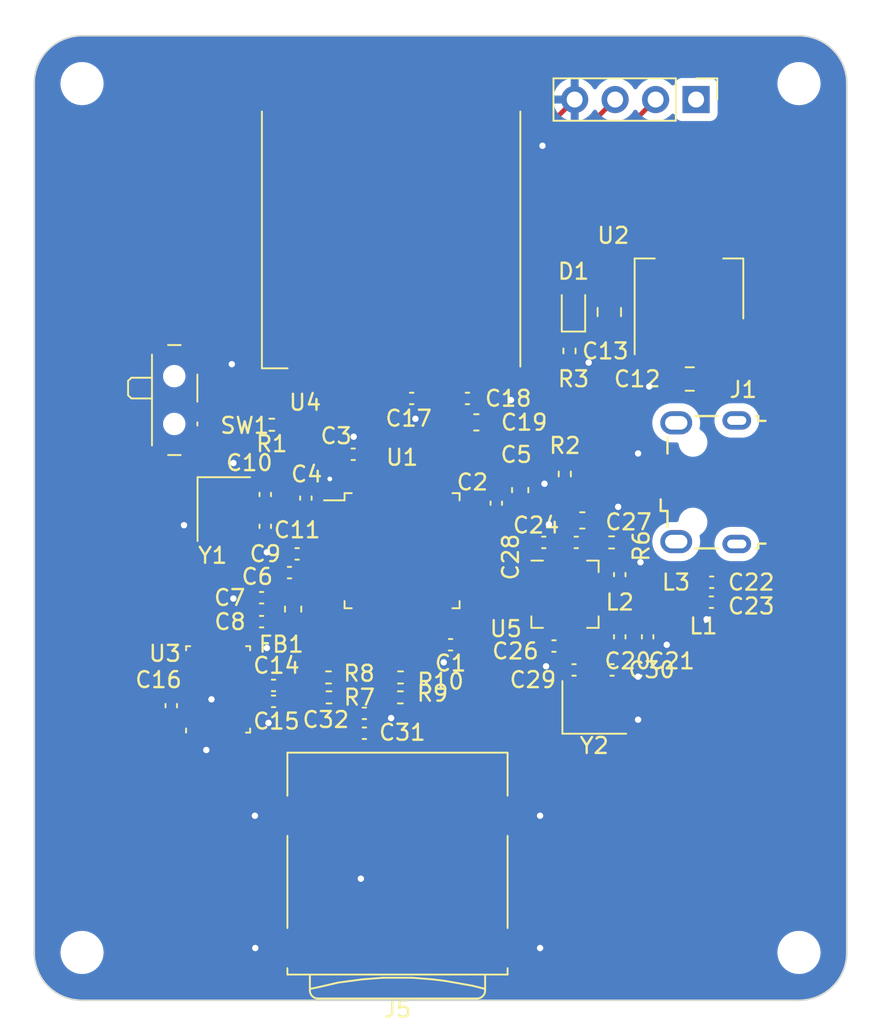
<source format=kicad_pcb>
(kicad_pcb (version 20221018) (generator pcbnew)
  (layers (0 "F.Cu" signal) (31 "B.Cu" power) (34 "B.Paste" user) (35 "F.Paste" user) (36 "B.SilkS" user "B.Silkscreen") (37 "F.SilkS" user "F.Silkscreen") (38 "B.Mask" user) (39 "F.Mask" user) (44 "Edge.Cuts" user))
  (net 0 "")
  (net 1 "+3.3V")
  (net 2 "GND")
  (net 3 "+3.3VA")
  (net 4 "/NRST")
  (net 5 "/OSC_IN")
  (net 6 "/OSC_OUT")
  (net 7 "VBUS")
  (net 8 "Net-(U3-CAP)")
  (net 9 "Antenna")
  (net 10 "Net-(C22-Pad2)")
  (net 11 "/PWR LED -")
  (net 12 "/USB_D-")
  (net 13 "/USB_D+")
  (net 16 "/SWDIO")
  (net 17 "/SWCLK")
  (net 19 "SD_CD")
  (net 20 "SPI1_MOSI")
  (net 21 "SPI1_SCK")
  (net 22 "SPI1_MISO")
  (net 24 "/SW_BOOT_0")
  (net 25 "/BOOT_0")
  (net 30 "IMU_INT")
  (net 31 "UART2_TX")
  (net 32 "UART2_RX")
  (net 36 "UART3_TX")
  (net 37 "UART3_RX")
  (net 38 "SPI2_CSN")
  (net 39 "SPI2_SCK")
  (net 40 "SPI2_MISO")
  (net 41 "SPI2_MOSI")
  (net 42 "SPI2_CE")
  (net 43 "SPI2_IRQ")
  (net 71 "/XC2")
  (net 72 "/XC1")
  (net 73 "/ANT1")
  (net 74 "/ANT2")
  (net 75 "/IREF")
  (net 76 "/VDD_PA")
  (net 77 "/DVDD")
  (footprint "Capacitor_SMD:C_0402_1005Metric" (layer "F.Cu") (at 173.02 106.78)
    (fp_text reference "C30")
    (fp_text value "10p")
  )
  (footprint "Capacitor_SMD:C_0603_1608Metric" (layer "F.Cu") (at 164.5 91.25 180)
    (fp_text reference "C19")
    (fp_text value "10u")
  )
  (footprint "Capacitor_SMD:C_0402_1005Metric" (layer "F.Cu") (at 179.27 101.28 180)
    (fp_text reference "C22")
    (fp_text value "1.5p")
  )
  (footprint "Capacitor_SMD:C_0402_1005Metric" (layer "F.Cu") (at 156.77 93.25)
    (fp_text reference "C3")
    (fp_text value "100n")
  )
  (footprint "RF_GPS:Quectel_L80-R" (layer "F.Cu") (at 159.15 79.75 90)
    (fp_text reference "U4")
    (fp_text value "L80-R")
  )
  (footprint "Package_TO_SOT_SMD:SOT-223-3_TabPin2" (layer "F.Cu") (at 177.845 82.88 90)
    (fp_text reference "U2")
    (fp_text value "AMS1117-3.3")
  )
  (footprint "Resistor_SMD:R_0402_1005Metric" (layer "F.Cu") (at 151.66 91.4)
    (fp_text reference "R1")
    (fp_text value "10k")
  )
  (footprint "Capacitor_SMD:C_0402_1005Metric" (layer "F.Cu") (at 145.35 109.02 -90)
    (fp_text reference "C16")
    (fp_text value "100n")
  )
  (footprint "Resistor_SMD:R_0402_1005Metric" (layer "F.Cu") (at 155.22 107.25)
    (fp_text reference "R8")
    (fp_text value "1.5k")
  )
  (footprint "MountingHole:MountingHole_2.2mm_M2" (layer "F.Cu") (at 139.75 70)
    (fp_text reference "H1")
    (fp_text value "MountingHole")
  )
  (footprint "Capacitor_SMD:C_0805_2012Metric" (layer "F.Cu") (at 177.895 88.53 180)
    (fp_text reference "C12")
    (fp_text value "22u")
  )
  (footprint "Crystal:Crystal_SMD_3225-4Pin_3.2x2.5mm" (layer "F.Cu") (at 148.65 96.69 -90)
    (fp_text reference "Y1")
    (fp_text value "16MHz")
  )
  (footprint "Capacitor_SMD:C_0402_1005Metric" (layer "F.Cu") (at 152.77 100.675 180)
    (fp_text reference "C6")
    (fp_text value "10n")
  )
  (footprint "Capacitor_SMD:C_0402_1005Metric" (layer "F.Cu") (at 175.25 104.7 90)
    (fp_text reference "C21")
    (fp_text value "4.7p")
  )
  (footprint "Package_QFP:LQFP-48_7x7mm_P0.5mm" (layer "F.Cu") (at 159.8375 99.3)
    (fp_text reference "U1")
    (fp_text value "STM32F103C8Tx")
  )
  (footprint "Capacitor_SMD:C_0402_1005Metric" (layer "F.Cu") (at 165.75 96.32 -90)
    (fp_text reference "C2")
    (fp_text value "100n")
  )
  (footprint "Connector_PinHeader_2.54mm:PinHeader_1x04_P2.54mm_Vertical" (layer "F.Cu") (at 178.29 71 -90)
    (fp_text reference "J2")
    (fp_text value "Conn_01x04_Pin")
  )
  (footprint "Connector_Card:microSD_HC_Wuerth_693072010801" (layer "F.Cu") (at 159.55 120.0775 180)
    (fp_text reference "J5")
    (fp_text value "Micro_SD_Card")
  )
  (footprint "Package_DFN_QFN:QFN-20-1EP_4x4mm_P0.5mm_EP2.5x2.5mm" (layer "F.Cu") (at 170.0625 102.03)
    (fp_text reference "U5")
    (fp_text value "nRF24L01P")
  )
  (footprint "Inductor_SMD:L_0402_1005Metric" (layer "F.Cu") (at 175.265 101.28)
    (fp_text reference "L3")
    (fp_text value "3.9n")
  )
  (footprint "Button_Switch_SMD:SW_SPDT_PCM12" (layer "F.Cu") (at 145.87 89.85 -90)
    (fp_text reference "SW1")
    (fp_text value "SW_SPDT")
  )
  (footprint "Capacitor_SMD:C_0402_1005Metric" (layer "F.Cu") (at 170.77 98.78)
    (fp_text reference "C24")
    (fp_text value "10n")
  )
  (footprint "Resistor_SMD:R_0402_1005Metric" (layer "F.Cu") (at 159.73 108.5 180)
    (fp_text reference "R9")
    (fp_text value "1.5k")
  )
  (footprint "Capacitor_SMD:C_0402_1005Metric" (layer "F.Cu") (at 169.37 105.28)
    (fp_text reference "C26")
    (fp_text value "10n")
  )
  (footprint "Capacitor_SMD:C_0402_1005Metric" (layer "F.Cu") (at 157.47 110.75 180)
    (fp_text reference "C31")
    (fp_text value "2.2u")
  )
  (footprint "Capacitor_SMD:C_0402_1005Metric" (layer "F.Cu") (at 153.25 99.5 180)
    (fp_text reference "C9")
    (fp_text value "100n")
  )
  (footprint "Capacitor_SMD:C_0402_1005Metric" (layer "F.Cu") (at 160.44 89.75)
    (fp_text reference "C17")
    (fp_text value "100n")
  )
  (footprint "Capacitor_SMD:C_0402_1005Metric" (layer "F.Cu") (at 151.02 103.75 180)
    (fp_text reference "C8")
    (fp_text value "1u")
  )
  (footprint "Capacitor_SMD:C_0402_1005Metric" (layer "F.Cu") (at 151.25 97.77 -90)
    (fp_text reference "C11")
    (fp_text value "10p")
  )
  (footprint "Inductor_SMD:L_0402_1005Metric" (layer "F.Cu") (at 177.5 103.015 -90)
    (fp_text reference "L1")
    (fp_text value "2.7n")
  )
  (footprint "LED_SMD:LED_0603_1608Metric" (layer "F.Cu") (at 170.595 84.0675 90)
    (fp_text reference "D1")
    (fp_text value "RED")
  )
  (footprint "Inductor_SMD:L_0603_1608Metric" (layer "F.Cu") (at 153 102.9625 -90)
    (fp_text reference "FB1")
    (fp_text value "120R")
  )
  (footprint "Capacitor_SMD:C_0402_1005Metric" (layer "F.Cu") (at 168.73 98.78 180)
    (fp_text reference "C28")
    (fp_text value "33n")
  )
  (footprint "MountingHole:MountingHole_2.2mm_M2" (layer "F.Cu") (at 139.75 124.5)
    (fp_text reference "H3")
    (fp_text value "MountingHole")
  )
  (footprint "Capacitor_SMD:C_0402_1005Metric" (layer "F.Cu") (at 173.5 104.7 90)
    (fp_text reference "C20")
    (fp_text value "2.2n")
  )
  (footprint "Inductor_SMD:L_0402_1005Metric" (layer "F.Cu") (at 175.265 102.53)
    (fp_text reference "L2")
    (fp_text value "8.2n")
  )
  (footprint "Capacitor_SMD:C_0805_2012Metric" (layer "F.Cu") (at 172.845 84.33 -90)
    (fp_text reference "C13")
    (fp_text value "22u")
  )
  (footprint "Capacitor_SMD:C_0402_1005Metric" (layer "F.Cu") (at 157.47 109.5 180)
    (fp_text reference "C32")
    (fp_text value "100n")
  )
  (footprint "Crystal:Crystal_SMD_3225-4Pin_3.2x2.5mm" (layer "F.Cu") (at 171.9 109.13)
    (fp_text reference "Y2")
    (fp_text value "16MHz")
  )
  (footprint "Capacitor_SMD:C_0402_1005Metric" (layer "F.Cu") (at 153.8 96 90)
    (fp_text reference "C4")
    (fp_text value "100n")
  )
  (footprint "MountingHole:MountingHole_2.2mm_M2" (layer "F.Cu") (at 184.75 70)
    (fp_text reference "H2")
    (fp_text value "MountingHole")
  )
  (footprint "Capacitor_SMD:C_0402_1005Metric" (layer "F.Cu") (at 170.63 106.78 180)
    (fp_text reference "C29")
    (fp_text value "10p")
  )
  (footprint "Capacitor_SMD:C_0402_1005Metric" (layer "F.Cu") (at 151.02 102.25 180)
    (fp_text reference "C7")
    (fp_text value "1u")
  )
  (footprint "Resistor_SMD:R_0402_1005Metric" (layer "F.Cu") (at 155.25 108.5)
    (fp_text reference "R7")
    (fp_text value "1.5k")
  )
  (footprint "Capacitor_SMD:C_0402_1005Metric" (layer "F.Cu") (at 162.88 105.2 180)
    (fp_text reference "C1")
    (fp_text value "100n")
  )
  (footprint "Capacitor_SMD:C_0603_1608Metric" (layer "F.Cu") (at 167.25 95.5 -90)
    (fp_text reference "C5")
    (fp_text value "10u")
  )
  (footprint "Resistor_SMD:R_0402_1005Metric" (layer "F.Cu") (at 170.05 94.49 -90)
    (fp_text reference "R2")
    (fp_text value "1.5k")
  )
  (footprint "Capacitor_SMD:C_0402_1005Metric" (layer "F.Cu") (at 151.77 107.75 180)
    (fp_text reference "C14")
    (fp_text value "100n")
  )
  (footprint "MountingHole:MountingHole_2.2mm_M2" (layer "F.Cu") (at 184.75 124.5)
    (fp_text reference "H4")
    (fp_text value "MountingHole")
  )
  (footprint "Capacitor_SMD:C_0402_1005Metric" (layer "F.Cu") (at 151.25 95.775 90)
    (fp_text reference "C10")
    (fp_text value "10p")
  )
  (footprint "Capacitor_SMD:C_0402_1005Metric" (layer "F.Cu") (at 151.77 108.75 180)
    (fp_text reference "C15")
    (fp_text value "100n")
  )
  (footprint "Resistor_SMD:R_0402_1005Metric" (layer "F.Cu") (at 172.99 98.78)
    (fp_text reference "R6")
    (fp_text value "22k")
  )
  (footprint "Resistor_SMD:R_0402_1005Metric" (layer "F.Cu") (at 170.345 86.77 90)
    (fp_text reference "R3")
    (fp_text value "1.5k")
  )
  (footprint "Capacitor_SMD:C_0402_1005Metric" (layer "F.Cu") (at 173.5 100.8 -90)
    (fp_text reference "C25" hide)
    (fp_text value "10n")
  )
  (footprint "Package_LGA:LGA-28_5.2x3.8mm_P0.5mm" (layer "F.Cu") (at 148.29 108 90)
    (fp_text reference "U3")
    (fp_text value "BNO055")
  )
  (footprint "Capacitor_SMD:C_0402_1005Metric" (layer "F.Cu") (at 163.94 89.75 180)
    (fp_text reference "C18")
    (fp_text value "100n")
  )
  (footprint "Resistor_SMD:R_0402_1005Metric" (layer "F.Cu") (at 159.74 107.25 180)
    (fp_text reference "R10")
    (fp_text value "1.5k")
  )
  (footprint "Capacitor_SMD:C_0402_1005Metric" (layer "F.Cu") (at 179.25 102.53 180)
    (fp_text reference "C23")
    (fp_text value "1p")
  )
  (footprint "Connector_USB:USB_Micro-B_Wuerth_629105150521" (layer "F.Cu") (at 178.895 95.005 90)
    (fp_text reference "J1")
    (fp_text value "USB_B_Micro")
  )
  (footprint "Capacitor_SMD:C_0603_1608Metric" (layer "F.Cu") (at 171.15 97.4)
    (fp_text reference "C27")
    (fp_text value "10u")
  )
  (gr_arc (start 139.75 127.5) (mid 137.62868 126.62132) (end 136.75 124.5) (stroke (width 0.1)) (layer "Edge.Cuts"))
  (gr_arc (start 136.75 70) (mid 137.62868 67.87868) (end 139.75 67) (stroke (width 0.1)) (layer "Edge.Cuts"))
  (gr_line (start 187.75 70) (end 187.75 124.5) (stroke (width 0.1)) (layer "Edge.Cuts"))
  (gr_line (start 139.75 127.5) (end 184.75 127.5) (stroke (width 0.1)) (layer "Edge.Cuts"))
  (gr_arc (start 184.75 67) (mid 186.87132 67.87868) (end 187.75 70) (stroke (width 0.1)) (layer "Edge.Cuts"))
  (gr_line (start 184.75 67) (end 139.75 67) (stroke (width 0.1)) (layer "Edge.Cuts"))
  (gr_arc (start 187.75 124.5) (mid 186.87132 126.62132) (end 184.75 127.5) (stroke (width 0.1)) (layer "Edge.Cuts"))
  (gr_line (start 136.75 70) (end 136.75 124.5) (stroke (width 0.1)) (layer "Edge.Cuts"))
  (segment (start 147.268024 109.7) (end 147.218024 109.75) (width 0.3) (layer "F.Cu") (net 1))
  (segment (start 160.92 87.5) (end 160.92 89.75) (width 0.5) (layer "F.Cu") (net 1))
  (segment (start 177.845 85.03) (end 176.195 83.38) (width 0.5) (layer "F.Cu") (net 1))
  (segment (start 176.195 83.38) (end 172.845 83.38) (width 0.5) (layer "F.Cu") (net 1))
  (segment (start 148.54 110.3875) (end 149.04 110.3875) (width 0.3) (layer "F.Cu") (net 1))
  (segment (start 148.04 110.3875) (end 148.54 110.3875) (width 0.3) (layer "F.Cu") (net 1))
  (segment (start 163.46 90.985) (end 163.725 91.25) (width 0.5) (layer "F.Cu") (net 1))
  (segment (start 170.695 83.38) (end 170.595 83.28) (width 0.5) (layer "F.Cu") (net 1))
  (segment (start 170.375 98.695) (end 170.29 98.78) (width 0.5) (layer "F.Cu") (net 1))
  (segment (start 151.5 103.75) (end 153 103.75) (width 0.5) (layer "F.Cu") (net 1))
  (segment (start 153.87 96.55) (end 153.8 96.48) (width 0.3) (layer "F.Cu") (net 1))
  (segment (start 148.04 110.3875) (end 148.04 109.928024) (width 0.3) (layer "F.Cu") (net 1))
  (segment (start 163.36 104.235) (end 163.36 105.2) (width 0.3) (layer "F.Cu") (net 1))
  (segment (start 149.235612 92.1) (end 152.242806 95.107194) (width 0.5) (layer "F.Cu") (net 1))
  (segment (start 167.995 93.98) (end 167.25 94.725) (width 0.5) (layer "F.Cu") (net 1))
  (segment (start 169.5625 103.9675) (end 169.5625 104.564534) (width 0.3) (layer "F.Cu") (net 1))
  (segment (start 167.25 94.725) (end 166.865 94.725) (width 0.5) (layer "F.Cu") (net 1))
  (segment (start 163.46 87.5) (end 163.46 89.75) (width 0.5) (layer "F.Cu") (net 1))
  (segment (start 173.5 98.78) (end 173.5 100.32) (width 0.5) (layer "F.Cu") (net 1))
  (segment (start 170.0625 99.0075) (end 170.0625 100.0925) (width 0.3) (layer "F.Cu") (net 1))
  (segment (start 172.845 83.38) (end 170.695 83.38) (width 0.5) (layer "F.Cu") (net 1))
  (segment (start 170.29 98.78) (end 170.0625 99.0075) (width 0.3) (layer "F.Cu") (net 1))
  (segment (start 156.99 109.5) (end 156.99 110.75) (width 0.5) (layer "F.Cu") (net 1))
  (segment (start 162.5875 103.4625) (end 163.36 104.235) (width 0.3) (layer "F.Cu") (net 1))
  (segment (start 177.845 86.03) (end 177.845 85.03) (width 0.5) (layer "F.Cu") (net 1))
  (segment (start 168.89 105.237034) (end 168.89 105.28) (width 0.3) (layer "F.Cu") (net 1))
  (segment (start 145.35 109.5) (end 145.6 109.75) (width 0.3) (layer "F.Cu") (net 1))
  (segment (start 176.37 83.38) (end 176.195 83.38) (width 0.5) (layer "F.Cu") (net 1))
  (segment (start 147.218024 109.75) (end 146.6275 109.75) (width 0.3) (layer "F.Cu") (net 1))
  (segment (start 164.71 95.84) (end 165.75 95.84) (width 0.3) (layer "F.Cu") (net 1))
  (segment (start 149.9525 107.75) (end 151.29 107.75) (width 0.3) (layer "F.Cu") (net 1))
  (segment (start 155.675 96.55) (end 153.87 96.55) (width 0.3) (layer "F.Cu") (net 1))
  (segment (start 148.04 109.928024) (end 147.811976 109.7) (width 0.3) (layer "F.Cu") (net 1))
  (segment (start 154.1 93.25) (end 152.242806 95.107194) (width 0.5) (layer "F.Cu") (net 1))
  (segment (start 177.845 81.895) (end 177.85 81.9) (width 0.5) (layer "F.Cu") (net 1))
  (segment (start 147.811976 109.7) (end 147.268024 109.7) (width 0.3) (layer "F.Cu") (net 1))
  (segment (start 164 96.55) (end 164.71 95.84) (width 0.3) (layer "F.Cu") (net 1))
  (segment (start 172.71 100.32) (end 173.5 100.32) (width 0.3) (layer "F.Cu") (net 1))
  (segment (start 154.71 108.47) (end 154.74 108.5) (width 0.5) (layer "F.Cu") (net 1))
  (segment (start 154.71 107.25) (end 154.71 108.47) (width 0.5) (layer "F.Cu") (net 1))
  (segment (start 156.99 110.75) (end 156.45 111.29) (width 0.5) (layer "F.Cu") (net 1))
  (segment (start 163.46 89.75) (end 163.46 90.985) (width 0.5) (layer "F.Cu") (net 1))
  (segment (start 169.5625 104.564534) (end 168.89 105.237034) (width 0.3) (layer "F.Cu") (net 1))
  (segment (start 177.845 79.73) (end 177.845 81.895) (width 0.5) (layer "F.Cu") (net 1))
  (segment (start 152.242806 95.107194) (end 153.615612 96.48) (width 0.5) (layer "F.Cu") (net 1))
  (segment (start 157.0875 95.1375) (end 156.29 94.34) (width 0.3) (layer "F.Cu") (net 1))
  (segment (start 166.865 94.725) (end 165.75 95.84) (width 0.5) (layer "F.Cu") (net 1))
  (segment (start 170.375 97.4) (end 170.375 98.695) (width 0.5) (layer "F.Cu") (net 1))
  (segment (start 170.05 93.98) (end 167.995 93.98) (width 0.5) (layer "F.Cu") (net 1))
  (segment (start 147.3 92.1) (end 149.235612 92.1) (width 0.5) (layer "F.Cu") (net 1))
  (segment (start 177.85 81.9) (end 176.37 83.38) (width 0.5) (layer "F.Cu") (net 1))
  (segment (start 156.29 94.34) (end 156.29 93.25) (width 0.3) (layer "F.Cu") (net 1))
  (segment (start 172 101.03) (end 172.71 100.32) (width 0.3) (layer "F.Cu") (net 1))
  (segment (start 145.6 109.75) (end 146.6275 109.75) (width 0.3) (layer "F.Cu") (net 1))
  (segment (start 153.615612 96.48) (end 153.8 96.48) (width 0.5) (layer "F.Cu") (net 1))
  (segment (start 156.29 93.25) (end 154.1 93.25) (width 0.5) (layer "F.Cu") (net 1))
  (segment (start 168.65 73.02) (end 168.65 73.9) (width 0.3) (layer "F.Cu") (net 2))
  (segment (start 165.275 90.605) (end 164.42 89.75) (width 0.5) (layer "F.Cu") (net 2))
  (segment (start 149.3 102.25) (end 149.25 102.3) (width 0.5) (layer "F.Cu") (net 2))
  (segment (start 156.513542 100.05) (end 157.5875 98.976042) (width 0.3) (layer "F.Cu") (net 2))
  (segment (start 173.5 106.78) (end 174.23 106.78) (width 0.5) (layer "F.Cu") (net 2))
  (segment (start 152.25 109.3) (end 151.45 110.1) (width 0.5) (layer "F.Cu") (net 2))
  (segment (start 159.96 89.75) (end 159.96 90.31) (width 0.5) (layer "F.Cu") (net 2))
  (segment (start 149.04 105.6125) (end 149.815 105.6125) (width 0.3) (layer "F.Cu") (net 2))
  (segment (start 176.945 88.53) (end 175.82 88.53) (width 0.5) (layer "F.Cu") (net 2))
  (segment (start 176.43 105.18) (end 176.45 105.2) (width 0.5) (layer "F.Cu") (net 2))
  (segment (start 150.54 102.25) (end 149.3 102.25) (width 0.5) (layer "F.Cu") (net 2))
  (segment (start 157.95 110.75) (end 157.95 109.5) (width 0.5) (layer "F.Cu") (net 2))
  (segment (start 146.24 97.79) (end 146.15 97.7) (width 0.5) (layer "F.Cu") (net 2))
  (segment (start 162.0875 104.8875) (end 162.4 105.2) (width 0.3) (layer "F.Cu") (net 2))
  (segment (start 157.25 92.6) (end 156.8 92.15) (width 0.3) (layer "F.Cu") (net 2))
  (segment (start 158.85 109.5) (end 159.15 109.8) (width 0.5) (layer "F.Cu") (net 2))
  (segment (start 152.25 107.75) (end 152.25 108.75) (width 0.5) (layer "F.Cu") (net 2))
  (segment (start 171.925 98.105) (end 171.25 98.78) (width 0.5) (layer "F.Cu") (net 2))
  (segment (start 169.85 106.48) (end 169.85 105.28) (width 0.3) (layer "F.Cu") (net 2))
  (segment (start 175.82 88.53) (end 175.35 89) (width 0.5) (layer "F.Cu") (net 2))
  (segment (start 165.5 97.05) (end 165.75 96.8) (width 0.3) (layer "F.Cu") (net 2))
  (segment (start 149.9525 110.25) (end 151.3 110.25) (width 0.3) (layer "F.Cu") (net 2))
  (segment (start 165.275 91.25) (end 165.275 90.605) (width 0.5) (layer "F.Cu") (net 2))
  (segment (start 162.0875 103.4625) (end 162.0875 104.8875) (width 0.3) (layer "F.Cu") (net 2))
  (segment (start 170.15 106.78) (end 169.105 106.78) (width 0.5) (layer "F.Cu") (net 2))
  (segment (start 157.5875 93.5875) (end 157.25 93.25) (width 0.3) (layer "F.Cu") (net 2))
  (segment (start 172 101.53) (end 173.25 101.53) (width 0.3) (layer "F.Cu") (net 2))
  (segment (start 175.25 105.18) (end 176.43 105.18) (width 0.5) (layer "F.Cu") (net 2))
  (segment (start 145.64 108.25) (end 146.6275 108.25) (width 0.3) (layer "F.Cu") (net 2))
  (segment (start 149.5 95.59) (end 149.5 94.05) (width 0.5) (layer "F.Cu") (net 2))
  (segment (start 157.25 121.6275) (end 157.25 119.875) (width 0.5) (layer "F.Cu") (net 2))
  (segment (start 152.77 99.5) (end 152.29 99.98) (width 0.5) (layer "F.Cu") (net 2))
  (segment (start 176.995 93.705) (end 175.155 93.705) (width 0.3) (layer "F.Cu") (net 2))
  (segment (start 148.54 105.6125) (end 149.04 105.6125) (width 0.3) (layer "F.Cu") (net 2))
  (segment (start 170.5625 99.510466) (end 170.5625 100.0925) (width 0.3) (layer "F.Cu") (net 2))
  (segment (start 158.38 87.5) (end 158.38 88.17) (width 0.5) (layer "F.Cu") (net 2))
  (segment (start 151 105.75) (end 151.35 105.4) (width 0.3) (layer "F.Cu") (net 2))
  (segment (start 147.54 111.79) (end 147.55 111.8) (width 0.3) (layer "F.Cu") (net 2))
  (segment (start 149.815 105.6125) (end 149.9525 105.75) (width 0.3) (layer "F.Cu") (net 2))
  (segment (start 147.5 108.25) (end 147.875 108.625) (width 0.3) (layer "F.Cu") (net 2))
  (segment (start 151.25 95.295) (end 149.795 95.295) (width 0.5) (layer "F.Cu") (net 2))
  (segment (start 149.9525 105.75) (end 151 105.75) (width 0.3) (layer "F.Cu") (net 2))
  (segment (start 152.67 99.4) (end 152.77 99.5) (width 0.5) (layer "F.Cu") (net 2))
  (segment (start 157.5875 95.1375) (end 157.5875 93.5875) (width 0.3) (layer "F.Cu") (net 2))
  (segment (start 171.25 98.822966) (end 170.5625 99.510466) (width 0.3) (layer "F.Cu") (net 2))
  (segment (start 171.25 98.78) (end 171.25 98.822966) (width 0.3) (layer "F.Cu") (net 2))
  (segment (start 174.795 85.28) (end 175.545 86.03) (width 0.5) (layer "F.Cu") (net 2))
  (segment (start 155.675 100.05) (end 156.513542 100.05) (width 0.3) (layer "F.Cu") (net 2))
  (segment (start 172.845 85.28) (end 174.795 85.28) (width 0.5) (layer "F.Cu") (net 2))
  (segment (start 159.96 90.31) (end 160.675 91.025) (width 0.5) (layer "F.Cu") (net 2))
  (segment (start 166.425 115.9275) (end 168.4975 115.9275) (width 0.5) (layer "F.Cu") (net 2))
  (segment (start 170.15 106.78) (end 170.15 107.63) (width 0.5) (layer "F.Cu") (net 2))
  (segment (start 165.275 91.25) (end 166.675 89.85) (width 0.5) (layer "F.Cu") (net 2))
  (segment (start 170.67 71) (end 168.65 73.02) (width 0.3) (layer "F.Cu") (net 2))
  (segment (start 175.155 93.705) (end 174.65 93.2) (width 0.3) (layer "F.Cu") (net 2))
  (segment (start 173 109.98) (end 174.57 109.98) (width 0.5) (layer "F.Cu") (net 2))
  (segment (start 151.25 98.25) (end 151.25 99.3) (width 0.5) (layer "F.Cu") (net 2))
  (segment (start 170.345 87.28) (end 171.33 87.28) (width 0.3) (layer "F.Cu") (net 2))
  (segment (start 157.5875 98.976042) (end 157.5875 95.1375) (width 0.3) (layer "F.Cu") (net 2))
  (segment (start 154.58 95.52) (end 155.3 94.8) (width 0.5) (layer "F.Cu") (net 2))
  (segment (start 166.425 124.2275) (end 168.4975 124.2275) (width 0.5) (layer "F.Cu") (net 2))
  (segment (start 149.795 95.295) (end 149.5 95.59) (width 0.5) (layer "F.Cu") (net 2))
  (segment (start 168.25 98.45) (end 169.05 97.65) (width 0.3) (layer "F.Cu") (net 2))
  (segment (start 152.675 115.9275) (end 150.6025 115.9275) (width 0.5) (layer "F.Cu") (net 2))
  (segment (start 149.5 94.05) (end 149.25 93.8) (width 0.5) (layer "F.Cu") (net 2))
  (segment (start 174.57 109.98) (end 174.65 109.9) (width 0.5) (layer "F.Cu") (net 2))
  (segment (start 157.25 93.25) (end 157.25 92.6) (width 0.3) (layer "F.Cu") (net 2))
  (segment (start 171.33 87.28) (end 171.55 87.5) (width 0.3) (layer "F.Cu") (net 2))
  (segment (start 151.25 99.3) (end 151.35 99.4) (width 0.5) (layer "F.Cu") (net 2))
  (segment (start 148.04 105.6125) (end 148.54 105.6125) (width 0.3) (layer "F.Cu") (net 2))
  (segment (start 178.77 102.53) (end 178.77 103.42) (width 0.5) (layer "F.Cu") (net 2))
  (segment (start 172.55 97.4) (end 173.4 96.55) (width 0.5) (layer "F.Cu") (net 2))
  (segment (start 150.6025 115.9275) (end 150.6 115.925) (width 0.5) (layer "F.Cu") (net 2))
  (segment (start 150.6275 124.2275) (end 150.625 124.225) (width 0.5) (layer "F.Cu") (net 2))
  (segment (start 157.95 109.5) (end 158.85 109.5) (width 0.5) (layer "F.Cu") (net 2))
  (segment (start 171.925 97.4) (end 172.55 97.4) (width 0.5) (layer "F.Cu") (net 2))
  (segment (start 168.25 99.28) (end 169.0625 100.0925) (width 0.3) (layer "F.Cu") (net 2))
  (segment (start 169.85 105.28) (end 170.0625 105.0675) (width 0.3) (layer "F.Cu") (net 2))
  (segment (start 147.54 110.3875) (end 147.54 111.79) (width 0.3) (layer "F.Cu") (net 2))
  (segment (start 174.23 106.78) (end 174.65 107.2) (width 0.5) (layer "F.Cu") (net 2))
  (segment (start 162.4 105.2) (end 162.4 106.25) (width 0.5) (layer "F.Cu") (net 2))
  (segment (start 173.5 105.18) (end 175.25 105.18) (width 0.5) (layer "F.Cu") (net 2))
  (segment (start 145.35 108.54) (end 145.64 108.25) (width 0.3) (layer "F.Cu") (net 2))
  (segment (start 168.25 98.78) (end 168.25 99.28) (width 0.3) (layer "F.Cu") (net 2))
  (segment (start 152.675 124.2275) (end 150.6275 124.2275) (width 0.5) (layer "F.Cu") (net 2))
  (segment (start 146.6275 108.25) (end 147.5 108.25) (width 0.3) (layer "F.Cu") (net 2))
  (segment (start 173.545 101.28) (end 174.8 100.025) (width 0.3) (layer "F.Cu") (net 2))
  (segment (start 167.25 96.275) (end 167.6 96.275) (width 0.5) (layer "F.Cu") (net 2))
  (segment (start 168.4975 124.2275) (end 168.5 124.225) (width 0.5) (layer "F.Cu") (net 2))
  (segment (start 147.3 87.6) (end 149.15 87.6) (width 0.5) (layer "F.Cu") (net 2))
  (segment (start 175.545 86.03) (end 175.545 87.13) (width 0.5) (layer "F.Cu") (net 2))
  (segment (start 166.725 96.8) (end 165.75 96.8) (width 0.5) (layer "F.Cu") (net 2))
  (segment (start 175.545 87.13) (end 176.945 88.53) (width 0.5) (layer "F.Cu") (net 2))
  (segment (start 164 97.05) (end 165.5 97.05) (width 0.3) (layer "F.Cu") (net 2))
  (segment (start 178.77 103.42) (end 178.95 103.6) (width 0.5) (layer "F.Cu") (net 2))
  (segment (start 170.0625 105.0675) (end 170.0625 103.9675) (width 0.3) (layer "F.Cu") (net 2))
  (segment (start 167.25 96.275) (end 166.725 96.8) (width 0.5) (layer "F.Cu") (net 2))
  (segment (start 152.25 108.75) (end 152.25 109.3) (width 0.5) (layer "F.Cu") (net 2))
  (segment (start 167.6 96.275) (end 168.775 95.1) (width 0.5) (layer "F.Cu") (net 2))
  (segment (start 158.38 88.17) (end 159.96 89.75) (width 0.5) (layer "F.Cu") (net 2))
  (segment (start 151.35 99.4) (end 152.67 99.4) (width 0.5) (layer "F.Cu") (net 2))
  (segment (start 151.3 110.25) (end 151.45 110.1) (width 0.3) (layer "F.Cu") (net 2))
  (segment (start 169.105 106.78) (end 168.875 106.55) (width 0.5) (layer "F.Cu") (net 2))
  (segment (start 170.15 106.78) (end 169.85 106.48) (width 0.3) (layer "F.Cu") (net 2))
  (segment (start 150.54 102.25) (end 150.54 103.75) (width 0.5) (layer "F.Cu") (net 2))
  (segment (start 168.4975 115.9275) (end 168.5 115.925) (width 0.5) (layer "F.Cu") (net 2))
  (segment (start 152.29 99.98) (end 152.29 100.675) (width 0.5) (layer "F.Cu") (net 2))
  (segment (start 168.25 98.78) (end 168.25 98.45) (width 0.3) (layer "F.Cu") (net 2))
  (segment (start 173.25 101.53) (end 173.5 101.28) (width 0.3) (layer "F.Cu") (net 2))
  (segment (start 171.925 97.4) (end 171.925 98.105) (width 0.5) (layer "F.Cu") (net 2))
  (segment (start 170.15 107.63) (end 170.8 108.28) (width 0.5) (layer "F.Cu") (net 2))
  (segment (start 173.5 101.28) (end 173.545 101.28) (width 0.3) (layer "F.Cu") (net 2))
  (segment (start 153.8 95.52) (end 154.58 95.52) (width 0.5) (layer "F.Cu") (net 2))
  (segment (start 152.25 109.06) (end 152.25 108.75) (width 0.3) (layer "F.Cu") (net 2))
  (segment (start 162.4 106.25) (end 162.45 106.3) (width 0.5) (layer "F.Cu") (net 2))
  (segment (start 147.8 97.79) (end 146.24 97.79) (width 0.5) (layer "F.Cu") (net 2))
  (via (at 156.8 92.15) (size 0.8) (drill 0.4) (layers "F.Cu" "B.Cu") (net 2))
  (via (at 147.55 111.8) (size 0.8) (drill 0.4) (layers "F.Cu" "B.Cu") (net 2))
  (via (at 150.625 124.225) (size 0.8) (drill 0.4) (layers "F.Cu" "B.Cu") (net 2))
  (via (at 174.65 107.2) (size 0.8) (drill 0.4) (layers "F.Cu" "B.Cu") (net 2))
  (via (at 162.45 106.3) (size 0.8) (drill 0.4) (layers "F.Cu" "B.Cu") (net 2))
  (via (at 171.55 87.5) (size 0.8) (drill 0.4) (layers "F.Cu" "B.Cu") (net 2))
  (via (at 168.875 106.55) (size 0.8) (drill 0.4) (layers "F.Cu" "B.Cu") (net 2))
  (via (at 151.45 110.1) (size 0.8) (drill 0.4) (layers "F.Cu" "B.Cu") (net 2))
  (via (at 147.875 108.625) (size 0.8) (drill 0.4) (layers "F.Cu" "B.Cu") (net 2))
  (via (at 146.15 97.7) (size 0.8) (drill 0.4) (layers "F.Cu" "B.Cu") (net 2))
  (via (at 166.675 89.85) (size 0.8) (drill 0.4) (layers "F.Cu" "B.Cu") (net 2))
  (via (at 174.65 109.9) (size 0.8) (drill 0.4) (layers "F.Cu" "B.Cu") (net 2))
  (via (at 168.5 124.225) (size 0.8) (drill 0.4) (layers "F.Cu" "B.Cu") (net 2))
  (via (at 151.35 99.4) (size 0.8) (drill 0.4) (layers "F.Cu" "B.Cu") (net 2))
  (via (at 174.8 100.025) (size 0.8) (drill 0.4) (layers "F.Cu" "B.Cu") (net 2))
  (via (at 151.35 105.4) (size 0.8) (drill 0.4) (layers "F.Cu" "B.Cu") (net 2))
  (via (at 149.15 87.6) (size 0.8) (drill 0.4) (layers "F.Cu" "B.Cu") (net 2))
  (via (at 173.4 96.55) (size 0.8) (drill 0.4) (layers "F.Cu" "B.Cu") (net 2))
  (via (at 174.65 93.2) (size 0.8) (drill 0.4) (layers "F.Cu" "B.Cu") (net 2))
  (via (at 155.3 94.8) (size 0.7) (drill 0.3) (layers "F.Cu" "B.Cu") (net 2))
  (via (at 159.15 109.8) (size 0.8) (drill 0.4) (layers "F.Cu" "B.Cu") (net 2))
  (via (at 168.5 115.925) (size 0.8) (drill 0.4) (layers "F.Cu" "B.Cu") (net 2))
  (via (at 168.65 73.9) (size 0.8) (drill 0.4) (layers "F.Cu" "B.Cu") (net 2))
  (via (at 160.675 91.025) (size 0.8) (drill 0.4) (layers "F.Cu" "B.Cu") (net 2))
  (via (at 175.35 89) (size 0.8) (drill 0.4) (layers "F.Cu" "B.Cu") (net 2))
  (via (at 178.95 103.6) (size 0.8) (drill 0.4) (layers "F.Cu" "B.Cu") (net 2))
  (via (at 169.05 97.65) (size 0.8) (drill 0.4) (layers "F.Cu" "B.Cu") (net 2))
  (via (at 168.775 95.1) (size 0.8) (drill 0.4) (layers "F.Cu" "B.Cu") (net 2))
  (via (at 149.25 102.3) (size 0.8) (drill 0.4) (layers "F.Cu" "B.Cu") (net 2))
  (via (at 157.25 119.875) (size 0.8) (drill 0.4) (layers "F.Cu" "B.Cu") (net 2))
  (via (at 150.6 115.925) (size 0.8) (drill 0.4) (layers "F.Cu" "B.Cu") (net 2))
  (via (at 176.45 105.2) (size 0.8) (drill 0.4) (layers "F.Cu" "B.Cu") (net 2))
  (via (at 149.25 93.8) (size 0.8) (drill 0.4) (layers "F.Cu" "B.Cu") (net 2))
  (segment (start 151.575 102.175) (end 151.5 102.25) (width 0.5) (layer "F.Cu") (net 3))
  (segment (start 155.675 100.55) (end 153.375 100.55) (width 0.3) (layer "F.Cu") (net 3))
  (segment (start 153 102.175) (end 153.25 101.925) (width 0.5) (layer "F.Cu") (net 3))
  (segment (start 153.25 101.925) (end 153.25 100.675) (width 0.5) (layer "F.Cu") (net 3))
  (segment (start 153.375 100.55) (end 153.25 100.675) (width 0.3) (layer "F.Cu") (net 3))
  (segment (start 153 102.175) (end 151.575 102.175) (width 0.5) (layer "F.Cu") (net 3))
  (segment (start 153.78 99.55) (end 153.73 99.5) (width 0.3) (layer "F.Cu") (net 4))
  (segment (start 155.675 99.55) (end 153.78 99.55) (width 0.3) (layer "F.Cu") (net 4))
  (segment (start 151.25 96.255) (end 150.865 96.64) (width 0.3) (layer "F.Cu") (net 5))
  (segment (start 155.675 98.55) (end 154.836458 98.55) (width 0.3) (layer "F.Cu") (net 5))
  (segment (start 152.541458 96.255) (end 151.25 96.255) (width 0.3) (layer "F.Cu") (net 5))
  (segment (start 148.29 96.64) (end 147.8 96.15) (width 0.3) (layer "F.Cu") (net 5))
  (segment (start 150.865 96.64) (end 148.29 96.64) (width 0.3) (layer "F.Cu") (net 5))
  (segment (start 147.8 96.15) (end 147.8 95.59) (width 0.3) (layer "F.Cu") (net 5))
  (segment (start 154.836458 98.55) (end 152.541458 96.255) (width 0.3) (layer "F.Cu") (net 5))
  (segment (start 151.25 97.29) (end 150 97.29) (width 0.3) (layer "F.Cu") (net 6))
  (segment (start 152.869352 97.29) (end 151.25 97.29) (width 0.3) (layer "F.Cu") (net 6))
  (segment (start 155.675 99.05) (end 154.629352 99.05) (width 0.3) (layer "F.Cu") (net 6))
  (segment (start 154.629352 99.05) (end 152.869352 97.29) (width 0.3) (layer "F.Cu") (net 6))
  (segment (start 150 97.29) (end 149.5 97.79) (width 0.3) (layer "F.Cu") (net 6))
  (segment (start 178.845 88.53) (end 180.145 87.23) (width 0.5) (layer "F.Cu") (net 7))
  (segment (start 180.145 87.23) (end 180.145 86.03) (width 0.5) (layer "F.Cu") (net 7))
  (segment (start 149.9525 108.75) (end 151.29 108.75) (width 0.3) (layer "F.Cu") (net 8))
  (segment (start 175.75 101.28) (end 178.79 101.28) (width 0.5) (layer "F.Cu") (net 10))
  (segment (start 170.345 86.26) (end 170.345 85.105) (width 0.5) (layer "F.Cu") (net 11))
  (segment (start 170.345 85.105) (end 170.595 84.855) (width 0.5) (layer "F.Cu") (net 11))
  (segment (start 175.919999 95.555) (end 176.019999 95.655) (width 0.2) (layer "F.Cu") (net 12))
  (segment (start 165.106251 98.55) (end 165.131251 98.525) (width 0.2) (layer "F.Cu") (net 12))
  (segment (start 176.019999 95.655) (end 176.995 95.655) (width 0.2) (layer "F.Cu") (net 12))
  (segment (start 167.1432 98.525) (end 170.1132 95.555) (width 0.2) (layer "F.Cu") (net 12))
  (segment (start 170.1132 95.555) (end 175.919999 95.555) (width 0.2) (layer "F.Cu") (net 12))
  (segment (start 164 98.55) (end 165.106251 98.55) (width 0.2) (layer "F.Cu") (net 12))
  (segment (start 165.131251 98.525) (end 167.1432 98.525) (width 0.2) (layer "F.Cu") (net 12))
  (segment (start 175.919999 95.105) (end 176.019999 95.005) (width 0.2) (layer "F.Cu") (net 13))
  (segment (start 164 98.05) (end 165.106251 98.05) (width 0.2) (layer "F.Cu") (net 13))
  (segment (start 176.019999 95.005) (end 176.995 95.005) (width 0.2) (layer "F.Cu") (net 13))
  (segment (start 165.106251 98.05) (end 165.131251 98.075) (width 0.2) (layer "F.Cu") (net 13))
  (segment (start 169.9268 95.105) (end 175.919999 95.105) (width 0.2) (layer "F.Cu") (net 13))
  (segment (start 166.9568 98.075) (end 169.9268 95.105) (width 0.2) (layer "F.Cu") (net 13))
  (segment (start 165.131251 98.075) (end 166.9568 98.075) (width 0.2) (layer "F.Cu") (net 13))
  (segment (start 169.05 77.7) (end 175.75 71) (width 0.3) (layer "F.Cu") (net 16))
  (segment (start 162.9125 96.298958) (end 169.05 90.161458) (width 0.3) (layer "F.Cu") (net 16))
  (segment (start 162.9125 97.301042) (end 162.9125 96.298958) (width 0.3) (layer "F.Cu") (net 16))
  (segment (start 164 97.55) (end 163.161458 97.55) (width 0.3) (layer "F.Cu") (net 16))
  (segment (start 163.161458 97.55) (end 162.9125 97.301042) (width 0.3) (layer "F.Cu") (net 16))
  (segment (start 169.05 90.161458) (end 169.05 77.7) (width 0.3) (layer "F.Cu") (net 16))
  (segment (start 162.5875 95.1375) (end 162.7375 95.1375) (width 0.3) (layer "F.Cu") (net 17))
  (segment (start 168.15 89.725) (end 168.15 76.06) (width 0.3) (layer "F.Cu") (net 17))
  (segment (start 168.15 76.06) (end 173.21 71) (width 0.3) (layer "F.Cu") (net 17))
  (segment (start 162.7375 95.1375) (end 168.15 89.725) (width 0.3) (layer "F.Cu") (net 17))
  (segment (start 159.5875 106.8925) (end 159.23 107.25) (width 0.3) (layer "F.Cu") (net 19))
  (segment (start 159.5875 103.4625) (end 159.5875 106.8925) (width 0.3) (layer "F.Cu") (net 19))
  (segment (start 159.22 108.5) (end 159.95 109.23) (width 0.3) (layer "F.Cu") (net 20))
  (segment (start 159.95 109.23) (end 159.95 111.3) (width 0.3) (layer "F.Cu") (net 20))
  (segment (start 158.45 107.73) (end 159.22 108.5) (width 0.3) (layer "F.Cu") (net 20))
  (segment (start 159.0875 103.4625) (end 159.0875 105.9625) (width 0.3) (layer "F.Cu") (net 20))
  (segment (start 158.45 106.6) (end 158.45 107.73) (width 0.3) (layer "F.Cu") (net 20))
  (segment (start 159.0875 105.9625) (end 158.45 106.6) (width 0.3) (layer "F.Cu") (net 20))
  (segment (start 158.0875 104.301042) (end 155.73 106.658542) (width 0.3) (layer "F.Cu") (net 21))
  (segment (start 158.0875 103.4625) (end 158.0875 104.301042) (width 0.3) (layer "F.Cu") (net 21))
  (segment (start 155.73 106.658542) (end 155.73 107.25) (width 0.3) (layer "F.Cu") (net 21))
  (segment (start 155.76 109.59) (end 154.45 110.9) (width 0.3) (layer "F.Cu") (net 22))
  (segment (start 155.76 108.5) (end 155.76 109.59) (width 0.3) (layer "F.Cu") (net 22))
  (segment (start 158.5875 105.6725) (end 155.76 108.5) (width 0.3) (layer "F.Cu") (net 22))
  (segment (start 158.5875 103.4625) (end 158.5875 105.6725) (width 0.3) (layer "F.Cu") (net 22))
  (segment (start 147.3 90.6) (end 150.35 90.6) (width 0.3) (layer "F.Cu") (net 24))
  (segment (start 150.35 90.6) (end 151.15 91.4) (width 0.3) (layer "F.Cu") (net 24))
  (segment (start 159.0875 95.1375) (end 159.0875 93.1875) (width 0.3) (layer "F.Cu") (net 25))
  (segment (start 157.3 91.4) (end 152.17 91.4) (width 0.3) (layer "F.Cu") (net 25))
  (segment (start 159.0875 93.1875) (end 157.3 91.4) (width 0.3) (layer "F.Cu") (net 25))
  (segment (start 152.607107 106.25) (end 149.9525 106.25) (width 0.3) (layer "F.Cu") (net 30))
  (segment (start 156.513542 101.55) (end 156.7625 101.798958) (width 0.3) (layer "F.Cu") (net 30))
  (segment (start 156.7625 101.798958) (end 156.7625 102.301042) (width 0.3) (layer "F.Cu") (net 30))
  (segment (start 156.175 102.682107) (end 152.607107 106.25) (width 0.3) (layer "F.Cu") (net 30))
  (segment (start 156.381435 102.682107) (end 156.175 102.682107) (width 0.3) (layer "F.Cu") (net 30))
  (segment (start 155.675 101.55) (end 156.513542 101.55) (width 0.3) (layer "F.Cu") (net 30))
  (segment (start 156.7625 102.301042) (end 156.381435 102.682107) (width 0.3) (layer "F.Cu") (net 30))
  (segment (start 147.54 105.6125) (end 147.54 105.153024) (width 0.3) (layer "F.Cu") (net 31))
  (segment (start 155.675 102.475) (end 155.675 102.05) (width 0.3) (layer "F.Cu") (net 31))
  (segment (start 147.54 105.153024) (end 148.155524 104.5375) (width 0.3) (layer "F.Cu") (net 31))
  (segment (start 148.155524 104.5375) (end 153.6125 104.5375) (width 0.3) (layer "F.Cu") (net 31))
  (segment (start 153.6125 104.5375) (end 155.675 102.475) (width 0.3) (layer "F.Cu") (net 31))
  (segment (start 144.69 111.04) (end 144.69 107.228024) (width 0.3) (layer "F.Cu") (net 32))
  (segment (start 151.75 111.5) (end 150.15 111.5) (width 0.3) (layer "F.Cu") (net 32))
  (segment (start 156.248958 103.4625) (end 152.88 106.831458) (width 0.3) (layer "F.Cu") (net 32))
  (segment (start 152.88 106.831458) (end 152.88 110.37) (width 0.3) (layer "F.Cu") (net 32))
  (segment (start 157.0875 103.4625) (end 156.248958 103.4625) (width 0.3) (layer "F.Cu") (net 32))
  (segment (start 152.88 110.37) (end 151.75 111.5) (width 0.3) (layer "F.Cu") (net 32))
  (segment (start 146.35 112.7) (end 144.69 111.04) (width 0.3) (layer "F.Cu") (net 32))
  (segment (start 150.15 111.5) (end 148.95 112.7) (width 0.3) (layer "F.Cu") (net 32))
  (segment (start 144.69 107.228024) (end 146.168024 105.75) (width 0.3) (layer "F.Cu") (net 32))
  (segment (start 148.95 112.7) (end 146.35 112.7) (width 0.3) (layer "F.Cu") (net 32))
  (segment (start 146.168024 105.75) (end 146.6275 105.75) (width 0.3) (layer "F.Cu") (net 32))
  (segment (start 155.1 85.7) (end 153.3 87.5) (width 0.3) (layer "F.Cu") (net 36))
  (segment (start 160.0875 94.2625) (end 161.95 92.4) (width 0.3) (layer "F.Cu") (net 36))
  (segment (start 160.0875 95.1375) (end 160.0875 94.2625) (width 0.3) (layer "F.Cu") (net 36))
  (segment (start 161.364976 85.7) (end 155.1 85.7) (width 0.3) (layer "F.Cu") (net 36))
  (segment (start 161.95 92.4) (end 161.95 86.285024) (width 0.3) (layer "F.Cu") (net 36))
  (segment (start 161.95 86.285024) (end 161.364976 85.7) (width 0.3) (layer "F.Cu") (net 36))
  (segment (start 159.5875 95.1375) (end 159.5875 91.2475) (width 0.3) (layer "F.Cu") (net 37))
  (segment (start 159.5875 91.2475) (end 155.84 87.5) (width 0.3) (layer "F.Cu") (net 37))
  (segment (start 167.18 101.53) (end 168.125 101.53) (width 0.3) (layer "F.Cu") (net 38))
  (segment (start 165.7 100.05) (end 167.18 101.53) (width 0.3) (layer "F.Cu") (net 38))
  (segment (start 164 100.05) (end 165.7 100.05) (width 0.3) (layer "F.Cu") (net 38))
  (segment (start 164.838542 101.55) (end 166.888542 103.6) (width 0.3) (layer "F.Cu") (net 39))
  (segment (start 168.55 103.6) (end 168.55 103.530154) (width 0.2) (layer "F.Cu") (net 39))
  (segment (start 164 101.55) (end 164.838542 101.55) (width 0.3) (layer "F.Cu") (net 39))
  (segment (start 166.888542 103.6) (end 168.55 103.6) (width 0.3) (layer "F.Cu") (net 39))
  (segment (start 164 101.05) (end 165.192894 101.05) (width 0.3) (layer "F.Cu") (net 40))
  (segment (start 167.172894 103.03) (end 168.125 103.03) (width 0.3) (layer "F.Cu") (net 40))
  (segment (start 165.192894 101.05) (end 167.172894 103.03) (width 0.3) (layer "F.Cu") (net 40))
  (segment (start 164 100.55) (end 165.4 100.55) (width 0.3) (layer "F.Cu") (net 41))
  (segment (start 167.38 102.53) (end 168.125 102.53) (width 0.3) (layer "F.Cu") (net 41))
  (segment (start 165.4 100.55) (end 167.38 102.53) (width 0.3) (layer "F.Cu") (net 41))
  (segment (start 166.645 99.55) (end 168.125 101.03) (width 0.3) (layer "F.Cu") (net 42))
  (segment (start 164 99.55) (end 166.645 99.55) (width 0.3) (layer "F.Cu") (net 42))
  (segment (start 168.41 104.62) (end 169.0625 103.9675) (width 0.3) (layer "F.Cu") (net 43))
  (segment (start 164.75 103.6) (end 165.77 104.62) (width 0.3) (layer "F.Cu") (net 43))
  (segment (start 164.75 102.8) (end 164.75 103.6) (width 0.3) (layer "F.Cu") (net 43))
  (segment (start 165.77 104.62) (end 168.41 104.62) (width 0.3) (layer "F.Cu") (net 43))
  (segment (start 164 102.05) (end 164.75 102.8) (width 0.3) (layer "F.Cu") (net 43))
  (segment (start 171.85 107.52) (end 171.85 109.63) (width 0.3) (layer "F.Cu") (net 71))
  (segment (start 171.11 106.78) (end 171.85 107.52) (width 0.3) (layer "F.Cu") (net 71))
  (segment (start 171.5 109.98) (end 170.8 109.98) (width 0.3) (layer "F.Cu") (net 71))
  (segment (start 171.85 109.63) (end 171.5 109.98) (width 0.3) (layer "F.Cu") (net 71))
  (segment (start 171.11 106.737034) (end 171.11 106.78) (width 0.3) (layer "F.Cu") (net 71))
  (segment (start 170.5625 103.9675) (end 170.5625 106.189534) (width 0.3) (layer "F.Cu") (net 71))
  (segment (start 170.5625 106.189534) (end 171.11 106.737034) (width 0.3) (layer "F.Cu") (net 71))
  (segment (start 171.0625 103.9675) (end 171.0625 105.3025) (width 0.3) (layer "F.Cu") (net 72))
  (segment (start 171.0625 105.3025) (end 172.54 106.78) (width 0.3) (layer "F.Cu") (net 72))
  (segment (start 172.54 106.78) (end 172.54 107.82) (width 0.3) (layer "F.Cu") (net 72))
  (segment (start 172.54 107.82) (end 173 108.28) (width 0.3) (layer "F.Cu") (net 72))
  (segment (start 172 102.53) (end 173.756428 102.53) (width 0.3) (layer "F.Cu") (net 73))
  (segment (start 174.426428 103.2) (end 176.51 103.2) (width 0.3) (layer "F.Cu") (net 73))
  (segment (start 175.75 102.53) (end 177.5 102.53) (width 0.5) (layer "F.Cu") (net 73))
  (segment (start 177.18 102.53) (end 177.5 102.53) (width 0.3) (layer "F.Cu") (net 73))
  (segment (start 176.51 103.2) (end 177.18 102.53) (width 0.3) (layer "F.Cu") (net 73))
  (segment (start 173.756428 102.53) (end 174.426428 103.2) (width 0.3) (layer "F.Cu") (net 73))
  (segment (start 174.03 102.03) (end 174.78 101.28) (width 0.3) (layer "F.Cu") (net 74))
  (segment (start 172 102.03) (end 174.03 102.03) (width 0.3) (layer "F.Cu") (net 74))
  (segment (start 174.78 102.53) (end 174.78 101.28) (width 0.5) (layer "F.Cu") (net 74))
  (segment (start 171.0625 100.0925) (end 171.1675 100.0925) (width 0.3) (layer "F.Cu") (net 75))
  (segment (start 171.1675 100.0925) (end 172.48 98.78) (width 0.3) (layer "F.Cu") (net 75))
  (segment (start 172 103.03) (end 172.31 103.03) (width 0.3) (layer "F.Cu") (net 76))
  (segment (start 175.25 104.22) (end 176.78 104.22) (width 0.3) (layer "F.Cu") (net 76))
  (segment (start 173.5 104.22) (end 175.25 104.22) (width 0.3) (layer "F.Cu") (net 76))
  (segment (start 172.31 103.03) (end 173.5 104.22) (width 0.3) (layer "F.Cu") (net 76))
  (segment (start 176.78 104.22) (end 177.5 103.5) (width 0.3) (layer "F.Cu") (net 76))
  (segment (start 169.5625 99.1325) (end 169.5625 100.0925) (width 0.3) (layer "F.Cu") (net 77))
  (segment (start 169.21 98.78) (end 169.5625 99.1325) (width 0.3) (layer "F.Cu") (net 77))
  (zone (net 2) (net_name "GND") (layer "B.Cu") (connect_pads (clearance 0.5)) (min_thickness 0.25) (fill yes (thermal_gap 0.5) (thermal_bridge_width 0.5))
    (polygon (pts (xy 134.75 66.5) (xy 189.75 66.5) (xy 189.75 129) (xy 134.75 129)))
  )
)
</source>
